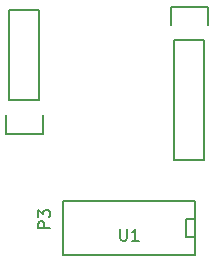
<source format=gto>
%TF.GenerationSoftware,KiCad,Pcbnew,4.0.1-2.fc23-product*%
%TF.CreationDate,2016-03-22T23:12:51+01:00*%
%TF.ProjectId,router_board_v1,726F757465725F626F6172645F76312E,rev?*%
%TF.FileFunction,Legend,Top*%
%FSLAX46Y46*%
G04 Gerber Fmt 4.6, Leading zero omitted, Abs format (unit mm)*
G04 Created by KiCad (PCBNEW 4.0.1-2.fc23-product) date Tue 22 Mar 2016 11:12:51 PM CET*
%MOMM*%
G01*
G04 APERTURE LIST*
%ADD10C,0.100000*%
%ADD11C,0.150000*%
G04 APERTURE END LIST*
D10*
D11*
X15240000Y26035000D02*
X15240000Y15875000D01*
X15240000Y15875000D02*
X17780000Y15875000D01*
X17780000Y15875000D02*
X17780000Y26035000D01*
X14960000Y28855000D02*
X14960000Y27305000D01*
X15240000Y26035000D02*
X17780000Y26035000D01*
X18060000Y27305000D02*
X18060000Y28855000D01*
X18060000Y28855000D02*
X14960000Y28855000D01*
X17018000Y9398000D02*
X16256000Y9398000D01*
X16256000Y9398000D02*
X16256000Y10922000D01*
X16256000Y10922000D02*
X17018000Y10922000D01*
X5842000Y7874000D02*
X5842000Y12446000D01*
X5842000Y12446000D02*
X17018000Y12446000D01*
X17018000Y12446000D02*
X17018000Y7874000D01*
X17018000Y7874000D02*
X5842000Y7874000D01*
X1270000Y20955000D02*
X1270000Y28575000D01*
X3810000Y20955000D02*
X3810000Y28575000D01*
X4090000Y18135000D02*
X4090000Y19685000D01*
X1270000Y28575000D02*
X3810000Y28575000D01*
X3810000Y20955000D02*
X1270000Y20955000D01*
X990000Y19685000D02*
X990000Y18135000D01*
X990000Y18135000D02*
X4090000Y18135000D01*
X10668095Y10072619D02*
X10668095Y9263095D01*
X10715714Y9167857D01*
X10763333Y9120238D01*
X10858571Y9072619D01*
X11049048Y9072619D01*
X11144286Y9120238D01*
X11191905Y9167857D01*
X11239524Y9263095D01*
X11239524Y10072619D01*
X12239524Y9072619D02*
X11668095Y9072619D01*
X11953809Y9072619D02*
X11953809Y10072619D01*
X11858571Y9929762D01*
X11763333Y9834524D01*
X11668095Y9786905D01*
X4722381Y10136905D02*
X3722381Y10136905D01*
X3722381Y10517858D01*
X3770000Y10613096D01*
X3817619Y10660715D01*
X3912857Y10708334D01*
X4055714Y10708334D01*
X4150952Y10660715D01*
X4198571Y10613096D01*
X4246190Y10517858D01*
X4246190Y10136905D01*
X3722381Y11041667D02*
X3722381Y11660715D01*
X4103333Y11327381D01*
X4103333Y11470239D01*
X4150952Y11565477D01*
X4198571Y11613096D01*
X4293810Y11660715D01*
X4531905Y11660715D01*
X4627143Y11613096D01*
X4674762Y11565477D01*
X4722381Y11470239D01*
X4722381Y11184524D01*
X4674762Y11089286D01*
X4627143Y11041667D01*
M02*

</source>
